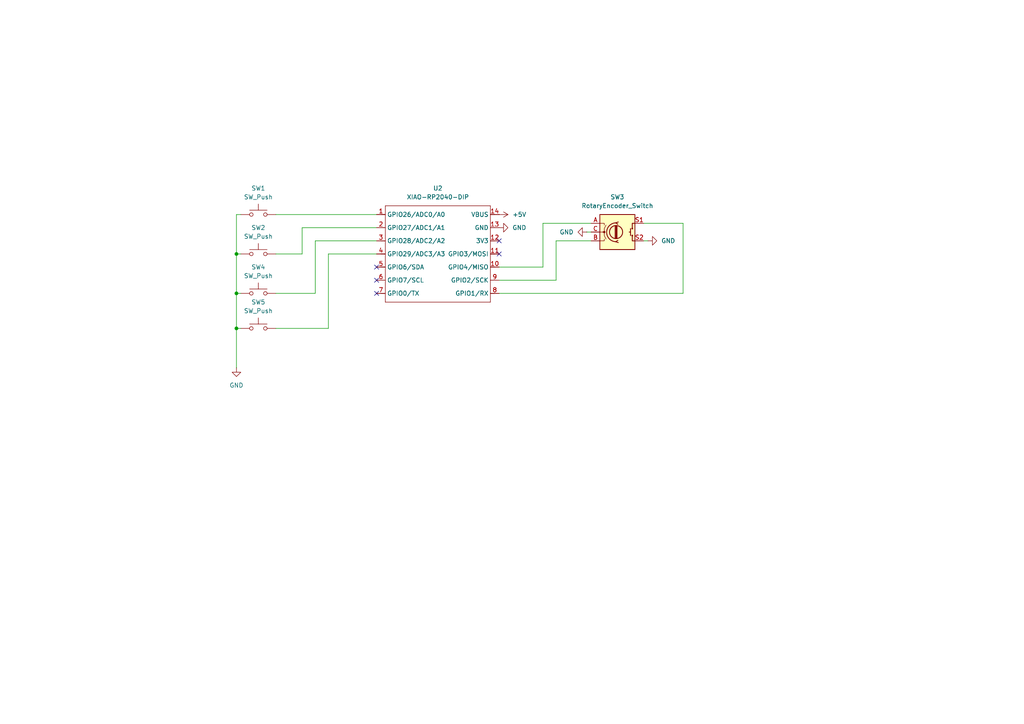
<source format=kicad_sch>
(kicad_sch (version 20250114) (generator "eeschema") (generator_version "9.0")
  (paper "A4")
  (lib_symbols
    (symbol "Device:RotaryEncoder_Switch" (pin_names (offset 0.254) (hide yes))
      (property "Reference" "SW" (at 0 6.604 0))
      (property "Value" "RotaryEncoder_Switch" (at 0 -6.604 0))
      (symbol "RotaryEncoder_Switch_0_1"
        (rectangle (start -5.08 5.08) (end 5.08 -5.08) (stroke (width 0.254)) (fill (type background)))
        (polyline (pts (xy -5.08 2.54) (xy -3.81 2.54) (xy -3.81 2.032)))
        (polyline (pts (xy -5.08 0) (xy -3.81 0) (xy -3.81 -1.016) (xy -3.302 -2.032)))
        (polyline (pts (xy -5.08 -2.54) (xy -3.81 -2.54) (xy -3.81 -2.032)))
        (polyline (pts (xy -4.318 0) (xy -3.81 0) (xy -3.81 1.016) (xy -3.302 2.032)))
        (circle (center -3.81 0) (radius 0.254) (fill (type outline)))
        (polyline (pts (xy -0.635 -1.778) (xy -0.635 1.778)) (stroke (width 0.254)))
        (circle (center -0.381 0) (radius 1.905) (stroke (width 0.254)))
        (polyline (pts (xy -0.381 -1.778) (xy -0.381 1.778)) (stroke (width 0.254)))
        (arc (start -0.381 -2.794) (mid -3.0988 -0.0635) (end -0.381 2.667) (stroke (width 0.254)))
        (polyline (pts (xy -0.127 1.778) (xy -0.127 -1.778)) (stroke (width 0.254)))
        (polyline (pts (xy 0.254 2.921) (xy -0.508 2.667) (xy 0.127 2.286)) (stroke (width 0.254)))
        (polyline (pts (xy 0.254 -3.048) (xy -0.508 -2.794) (xy 0.127 -2.413)) (stroke (width 0.254)))
        (polyline (pts (xy 3.81 1.016) (xy 3.81 -1.016)) (stroke (width 0.254)))
        (polyline (pts (xy 3.81 0) (xy 3.429 0)) (stroke (width 0.254)))
        (circle (center 4.318 1.016) (radius 0.127) (stroke (width 0.254)))
        (circle (center 4.318 -1.016) (radius 0.127) (stroke (width 0.254)))
        (polyline (pts (xy 5.08 2.54) (xy 4.318 2.54) (xy 4.318 1.016)) (stroke (width 0.254)))
        (polyline (pts (xy 5.08 -2.54) (xy 4.318 -2.54) (xy 4.318 -1.016)) (stroke (width 0.254)))
      )
      (symbol "RotaryEncoder_Switch_1_1"
        (pin passive line (at -7.62 2.54 0) (length 2.54) (name "A") (number "A"))
        (pin passive line (at -7.62 0 0) (length 2.54) (name "C") (number "C"))
        (pin passive line (at -7.62 -2.54 0) (length 2.54) (name "B") (number "B"))
        (pin passive line (at 7.62 2.54 180) (length 2.54) (name "S1") (number "S1"))
        (pin passive line (at 7.62 -2.54 180) (length 2.54) (name "S2") (number "S2"))
      )
    )
    (symbol "OPL:XIAO-RP2040-DIP"
      (property "Reference" "U" (at 0 0 0))
      (property "Value" "XIAO-RP2040-DIP" (at 5.334 -1.778 0))
      (symbol "XIAO-RP2040-DIP_1_0"
        (polyline (pts (xy -1.27 -2.54) (xy 29.21 -2.54)) (stroke (width 0.1524)))
        (polyline (pts (xy -1.27 -5.08) (xy -2.54 -5.08)) (stroke (width 0.1524)))
        (polyline (pts (xy -1.27 -5.08) (xy -1.27 -2.54)) (stroke (width 0.1524)))
        (polyline (pts (xy -1.27 -8.89) (xy -2.54 -8.89)) (stroke (width 0.1524)))
        (polyline (pts (xy -1.27 -8.89) (xy -1.27 -5.08)) (stroke (width 0.1524)))
        (polyline (pts (xy -1.27 -12.7) (xy -2.54 -12.7)) (stroke (width 0.1524)))
        (polyline (pts (xy -1.27 -12.7) (xy -1.27 -8.89)) (stroke (width 0.1524)))
        (polyline (pts (xy -1.27 -16.51) (xy -2.54 -16.51)) (stroke (width 0.1524)))
        (polyline (pts (xy -1.27 -16.51) (xy -1.27 -12.7)) (stroke (width 0.1524)))
        (polyline (pts (xy -1.27 -20.32) (xy -2.54 -20.32)) (stroke (width 0.1524)))
        (polyline (pts (xy -1.27 -24.13) (xy -2.54 -24.13)) (stroke (width 0.1524)))
        (polyline (pts (xy -1.27 -27.94) (xy -2.54 -27.94)) (stroke (width 0.1524)))
        (polyline (pts (xy -1.27 -30.48) (xy -1.27 -16.51)) (stroke (width 0.1524)))
        (polyline (pts (xy 29.21 -2.54) (xy 29.21 -5.08)) (stroke (width 0.1524)))
        (polyline (pts (xy 29.21 -5.08) (xy 29.21 -8.89)) (stroke (width 0.1524)))
        (polyline (pts (xy 29.21 -8.89) (xy 29.21 -12.7)) (stroke (width 0.1524)))
        (polyline (pts (xy 29.21 -12.7) (xy 29.21 -30.48)) (stroke (width 0.1524)))
        (polyline (pts (xy 29.21 -30.48) (xy -1.27 -30.48)) (stroke (width 0.1524)))
        (polyline (pts (xy 30.48 -5.08) (xy 29.21 -5.08)) (stroke (width 0.1524)))
        (polyline (pts (xy 30.48 -8.89) (xy 29.21 -8.89)) (stroke (width 0.1524)))
        (polyline (pts (xy 30.48 -12.7) (xy 29.21 -12.7)) (stroke (width 0.1524)))
        (polyline (pts (xy 30.48 -16.51) (xy 29.21 -16.51)) (stroke (width 0.1524)))
        (polyline (pts (xy 30.48 -20.32) (xy 29.21 -20.32)) (stroke (width 0.1524)))
        (polyline (pts (xy 30.48 -24.13) (xy 29.21 -24.13)) (stroke (width 0.1524)))
        (polyline (pts (xy 30.48 -27.94) (xy 29.21 -27.94)) (stroke (width 0.1524)))
        (pin passive line (at -3.81 -5.08 0) (length 2.54) (name "GPIO26/ADC0/A0") (number "1"))
        (pin passive line (at -3.81 -8.89 0) (length 2.54) (name "GPIO27/ADC1/A1") (number "2"))
        (pin passive line (at -3.81 -12.7 0) (length 2.54) (name "GPIO28/ADC2/A2") (number "3"))
        (pin passive line (at -3.81 -16.51 0) (length 2.54) (name "GPIO29/ADC3/A3") (number "4"))
        (pin passive line (at -3.81 -20.32 0) (length 2.54) (name "GPIO6/SDA") (number "5"))
        (pin passive line (at -3.81 -24.13 0) (length 2.54) (name "GPIO7/SCL") (number "6"))
        (pin passive line (at -3.81 -27.94 0) (length 2.54) (name "GPIO0/TX") (number "7"))
        (pin passive line (at 31.75 -5.08 180) (length 2.54) (name "VBUS") (number "14"))
        (pin passive line (at 31.75 -8.89 180) (length 2.54) (name "GND") (number "13"))
        (pin passive line (at 31.75 -12.7 180) (length 2.54) (name "3V3") (number "12"))
        (pin passive line (at 31.75 -16.51 180) (length 2.54) (name "GPIO3/MOSI") (number "11"))
        (pin passive line (at 31.75 -20.32 180) (length 2.54) (name "GPIO4/MISO") (number "10"))
        (pin passive line (at 31.75 -24.13 180) (length 2.54) (name "GPIO2/SCK") (number "9"))
        (pin passive line (at 31.75 -27.94 180) (length 2.54) (name "GPIO1/RX") (number "8"))
      )
    )
    (symbol "Switch:SW_Push" (pin_numbers (hide yes)) (pin_names (offset 1.016) (hide yes))
      (property "Reference" "SW" (at 1.27 2.54 0))
      (property "Value" "SW_Push" (at 0 -1.524 0))
      (symbol "SW_Push_0_1"
        (circle (center -2.032 0) (radius 0.508))
        (polyline (pts (xy 0 1.27) (xy 0 3.048)))
        (circle (center 2.032 0) (radius 0.508))
        (polyline (pts (xy 2.54 1.27) (xy -2.54 1.27)))
        (pin passive line (at -5.08 0 0) (length 2.54) (name "1") (number "1"))
        (pin passive line (at 5.08 0 180) (length 2.54) (name "2") (number "2"))
      )
    )
    (symbol "power:+5V" (power) (pin_numbers (hide yes)) (pin_names (offset 0) (hide yes))
      (property "Value" "+5V" (at 0 3.556 0))
      (symbol "+5V_0_1"
        (polyline (pts (xy -0.762 1.27) (xy 0 2.54)))
        (polyline (pts (xy 0 2.54) (xy 0.762 1.27)))
        (polyline (pts (xy 0 0) (xy 0 2.54)))
      )
      (symbol "+5V_1_1"
        (pin power_in line (at 0 0 90) (length 0) (name "~") (number "1"))
      )
    )
    (symbol "power:GND" (power) (pin_numbers (hide yes)) (pin_names (offset 0) (hide yes))
      (property "Value" "GND" (at 0 -3.81 0))
      (symbol "GND_0_1"
        (polyline (pts (xy 0 0) (xy 0 -1.27) (xy 1.27 -1.27) (xy 0 -2.54) (xy -1.27 -1.27) (xy 0 -1.27)))
      )
      (symbol "GND_1_1"
        (pin power_in line (at 0 0 270) (length 0) (name "~") (number "1"))
      )
    )
  )
  (junction (at 68.58 95.25))
  (junction (at 68.58 85.09))
  (junction (at 68.58 73.66))
  (no_connect (at 109.22 81.28))
  (no_connect (at 144.78 73.66))
  (no_connect (at 109.22 85.09))
  (no_connect (at 109.22 77.47))
  (no_connect (at 144.78 69.85))
  (wire (pts (xy 170.18 67.31) (xy 171.45 67.31)))
  (wire (pts (xy 186.69 69.85) (xy 187.96 69.85)))
  (wire (pts (xy 68.58 95.25) (xy 68.58 106.68)))
  (wire (pts (xy 68.58 85.09) (xy 68.58 95.25)))
  (wire (pts (xy 91.44 85.09) (xy 91.44 69.85)))
  (wire (pts (xy 68.58 62.23) (xy 68.58 73.66)))
  (wire (pts (xy 157.48 77.47) (xy 144.78 77.47)))
  (wire (pts (xy 80.01 62.23) (xy 109.22 62.23)))
  (wire (pts (xy 80.01 85.09) (xy 91.44 85.09)))
  (wire (pts (xy 198.12 64.77) (xy 198.12 85.09)))
  (wire (pts (xy 95.25 73.66) (xy 109.22 73.66)))
  (wire (pts (xy 69.85 62.23) (xy 68.58 62.23)))
  (wire (pts (xy 68.58 73.66) (xy 69.85 73.66)))
  (wire (pts (xy 161.29 69.85) (xy 161.29 81.28)))
  (wire (pts (xy 80.01 73.66) (xy 87.63 73.66)))
  (wire (pts (xy 68.58 73.66) (xy 68.58 85.09)))
  (wire (pts (xy 87.63 66.04) (xy 109.22 66.04)))
  (wire (pts (xy 68.58 95.25) (xy 69.85 95.25)))
  (wire (pts (xy 171.45 64.77) (xy 157.48 64.77)))
  (wire (pts (xy 157.48 64.77) (xy 157.48 77.47)))
  (wire (pts (xy 171.45 69.85) (xy 161.29 69.85)))
  (wire (pts (xy 68.58 85.09) (xy 69.85 85.09)))
  (wire (pts (xy 198.12 85.09) (xy 144.78 85.09)))
  (wire (pts (xy 87.63 73.66) (xy 87.63 66.04)))
  (wire (pts (xy 161.29 81.28) (xy 144.78 81.28)))
  (wire (pts (xy 95.25 95.25) (xy 95.25 73.66)))
  (wire (pts (xy 80.01 95.25) (xy 95.25 95.25)))
  (wire (pts (xy 91.44 69.85) (xy 109.22 69.85)))
  (wire (pts (xy 186.69 64.77) (xy 198.12 64.77)))
  (symbol (lib_id "power:GND") (at 144.78 66.04 90) (unit 1)
    (property "Reference" "#PWR01" (effects (hide yes)))
    (property "Value" "GND" (at 148.59 66.0399 90) (effects (justify right)))
    (property "Description" "Power symbol creates a global label with name \"GND\" , ground" (effects (hide yes)))
  )
  (symbol (lib_id "power:GND") (at 187.96 69.85 90) (unit 1)
    (property "Reference" "#PWR05" (effects (hide yes)))
    (property "Value" "GND" (at 191.77 69.8499 90) (effects (justify right)))
    (property "Description" "Power symbol creates a global label with name \"GND\" , ground" (effects (hide yes)))
  )
  (symbol (lib_id "Switch:SW_Push") (at 74.93 95.25 0) (unit 1)
    (property "Reference" "SW5" (at 74.93 87.63 0))
    (property "Value" "SW_Push" (at 74.93 90.17 0))
    (property "Footprint" "Button_Switch_Keyboard:SW_Cherry_MX_1.00u_PCB" (effects (hide yes)))
    (property "Description" "Push button switch, generic, two pins" (effects (hide yes)))
  )
  (symbol (lib_id "power:GND") (at 170.18 67.31 270) (unit 1)
    (property "Reference" "#PWR04" (effects (hide yes)))
    (property "Value" "GND" (at 166.37 67.3099 90) (effects (justify right)))
    (property "Description" "Power symbol creates a global label with name \"GND\" , ground" (effects (hide yes)))
  )
  (symbol (lib_id "Switch:SW_Push") (at 74.93 62.23 0) (unit 1)
    (property "Reference" "SW1" (at 74.93 54.61 0))
    (property "Value" "SW_Push" (at 74.93 57.15 0))
    (property "Footprint" "Button_Switch_Keyboard:SW_Cherry_MX_1.00u_PCB" (effects (hide yes)))
    (property "Description" "Push button switch, generic, two pins" (effects (hide yes)))
  )
  (symbol (lib_id "Device:RotaryEncoder_Switch") (at 179.07 67.31 0) (unit 1)
    (property "Reference" "SW3" (at 179.07 57.15 0))
    (property "Value" "RotaryEncoder_Switch" (at 179.07 59.69 0))
    (property "Footprint" "Rotary_Encoder:RotaryEncoder_Alps_EC11E-Switch_Vertical_H20mm_CircularMountingHoles" (effects (hide yes)))
    (property "Description" "Rotary encoder, dual channel, incremental quadrate outputs, with switch" (effects (hide yes)))
  )
  (symbol (lib_id "Switch:SW_Push") (at 74.93 73.66 0) (unit 1)
    (property "Reference" "SW2" (at 74.93 66.04 0))
    (property "Value" "SW_Push" (at 74.93 68.58 0))
    (property "Footprint" "Button_Switch_Keyboard:SW_Cherry_MX_1.00u_PCB" (effects (hide yes)))
    (property "Description" "Push button switch, generic, two pins" (effects (hide yes)))
  )
  (symbol (lib_id "power:GND") (at 68.58 106.68 0) (unit 1)
    (property "Reference" "#PWR03" (effects (hide yes)))
    (property "Value" "GND" (at 68.58 111.76 0))
    (property "Description" "Power symbol creates a global label with name \"GND\" , ground" (effects (hide yes)))
  )
  (symbol (lib_id "Switch:SW_Push") (at 74.93 85.09 0) (unit 1)
    (property "Reference" "SW4" (at 74.93 77.47 0))
    (property "Value" "SW_Push" (at 74.93 80.01 0))
    (property "Footprint" "Button_Switch_Keyboard:SW_Cherry_MX_1.00u_PCB" (effects (hide yes)))
    (property "Description" "Push button switch, generic, two pins" (effects (hide yes)))
  )
  (symbol (lib_id "OPL:XIAO-RP2040-DIP") (at 113.03 57.15 0) (unit 1)
    (property "Reference" "U2" (at 127 54.61 0))
    (property "Value" "XIAO-RP2040-DIP" (at 127 57.15 0))
    (property "Footprint" "OPL:XIAO-RP2040-DIP" (effects (hide yes)))
  )
  (symbol (lib_id "power:+5V") (at 144.78 62.23 270) (unit 1)
    (property "Reference" "#PWR02" (effects (hide yes)))
    (property "Value" "+5V" (at 148.59 62.2299 90) (effects (justify left)))
    (property "Description" "Power symbol creates a global label with name \"+5V\"" (effects (hide yes)))
  )
)
</source>
